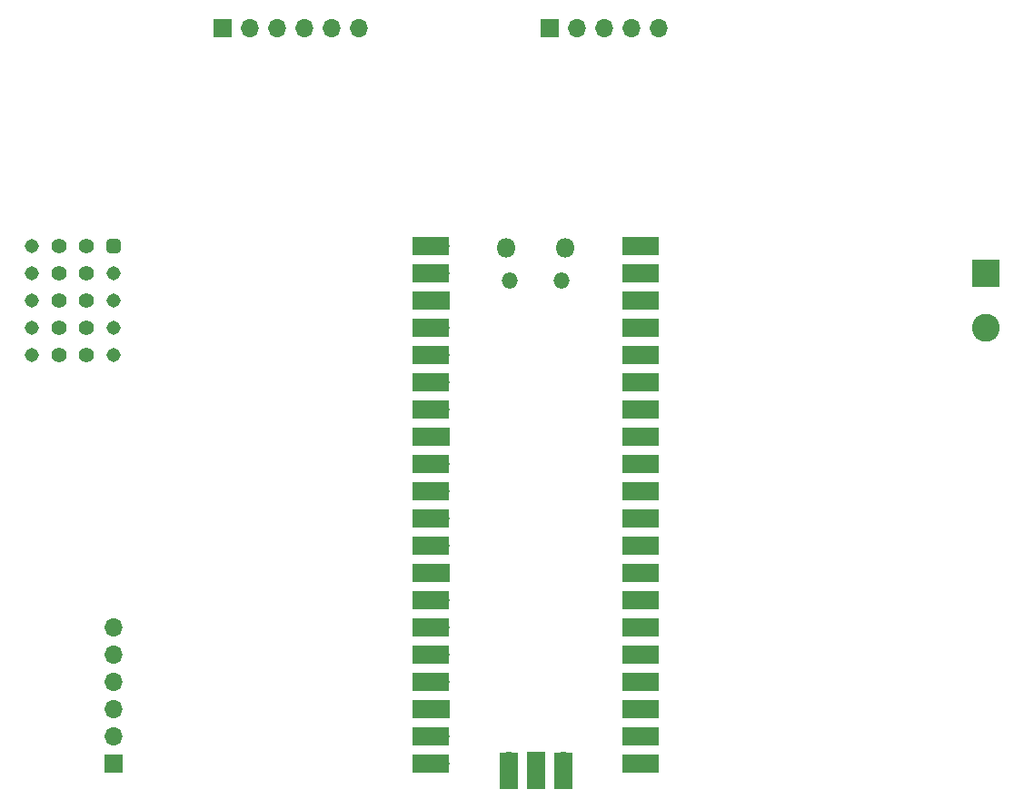
<source format=gbr>
%TF.GenerationSoftware,KiCad,Pcbnew,7.0.1*%
%TF.CreationDate,2023-04-18T18:49:41-05:00*%
%TF.ProjectId,pcb_design,7063625f-6465-4736-9967-6e2e6b696361,rev?*%
%TF.SameCoordinates,Original*%
%TF.FileFunction,Soldermask,Top*%
%TF.FilePolarity,Negative*%
%FSLAX46Y46*%
G04 Gerber Fmt 4.6, Leading zero omitted, Abs format (unit mm)*
G04 Created by KiCad (PCBNEW 7.0.1) date 2023-04-18 18:49:41*
%MOMM*%
%LPD*%
G01*
G04 APERTURE LIST*
G04 Aperture macros list*
%AMRoundRect*
0 Rectangle with rounded corners*
0 $1 Rounding radius*
0 $2 $3 $4 $5 $6 $7 $8 $9 X,Y pos of 4 corners*
0 Add a 4 corners polygon primitive as box body*
4,1,4,$2,$3,$4,$5,$6,$7,$8,$9,$2,$3,0*
0 Add four circle primitives for the rounded corners*
1,1,$1+$1,$2,$3*
1,1,$1+$1,$4,$5*
1,1,$1+$1,$6,$7*
1,1,$1+$1,$8,$9*
0 Add four rect primitives between the rounded corners*
20,1,$1+$1,$2,$3,$4,$5,0*
20,1,$1+$1,$4,$5,$6,$7,0*
20,1,$1+$1,$6,$7,$8,$9,0*
20,1,$1+$1,$8,$9,$2,$3,0*%
G04 Aperture macros list end*
%ADD10R,2.600000X2.600000*%
%ADD11C,2.600000*%
%ADD12O,1.800000X1.800000*%
%ADD13O,1.500000X1.500000*%
%ADD14O,1.700000X1.700000*%
%ADD15R,3.500000X1.700000*%
%ADD16R,1.700000X1.700000*%
%ADD17R,1.700000X3.500000*%
%ADD18C,1.400000*%
%ADD19RoundRect,0.250000X-0.405000X0.405000X-0.405000X-0.405000X0.405000X-0.405000X0.405000X0.405000X0*%
%ADD20C,1.310000*%
G04 APERTURE END LIST*
D10*
%TO.C,J1*%
X200660000Y-68580000D03*
D11*
X200660000Y-73660000D03*
%TD*%
D12*
%TO.C,U5*%
X156025000Y-66170000D03*
D13*
X156325000Y-69200000D03*
X161175000Y-69200000D03*
D12*
X161475000Y-66170000D03*
D14*
X149860000Y-66040000D03*
D15*
X148960000Y-66040000D03*
D14*
X149860000Y-68580000D03*
D15*
X148960000Y-68580000D03*
D16*
X149860000Y-71120000D03*
D15*
X148960000Y-71120000D03*
D14*
X149860000Y-73660000D03*
D15*
X148960000Y-73660000D03*
D14*
X149860000Y-76200000D03*
D15*
X148960000Y-76200000D03*
D14*
X149860000Y-78740000D03*
D15*
X148960000Y-78740000D03*
D14*
X149860000Y-81280000D03*
D15*
X148960000Y-81280000D03*
D16*
X149860000Y-83820000D03*
D15*
X148960000Y-83820000D03*
D14*
X149860000Y-86360000D03*
D15*
X148960000Y-86360000D03*
D14*
X149860000Y-88900000D03*
D15*
X148960000Y-88900000D03*
D14*
X149860000Y-91440000D03*
D15*
X148960000Y-91440000D03*
D14*
X149860000Y-93980000D03*
D15*
X148960000Y-93980000D03*
D16*
X149860000Y-96520000D03*
D15*
X148960000Y-96520000D03*
D14*
X149860000Y-99060000D03*
D15*
X148960000Y-99060000D03*
D14*
X149860000Y-101600000D03*
D15*
X148960000Y-101600000D03*
D14*
X149860000Y-104140000D03*
D15*
X148960000Y-104140000D03*
D14*
X149860000Y-106680000D03*
D15*
X148960000Y-106680000D03*
D16*
X149860000Y-109220000D03*
D15*
X148960000Y-109220000D03*
D14*
X149860000Y-111760000D03*
D15*
X148960000Y-111760000D03*
D14*
X149860000Y-114300000D03*
D15*
X148960000Y-114300000D03*
D14*
X167640000Y-114300000D03*
D15*
X168540000Y-114300000D03*
D14*
X167640000Y-111760000D03*
D15*
X168540000Y-111760000D03*
D16*
X167640000Y-109220000D03*
D15*
X168540000Y-109220000D03*
D14*
X167640000Y-106680000D03*
D15*
X168540000Y-106680000D03*
D14*
X167640000Y-104140000D03*
D15*
X168540000Y-104140000D03*
D14*
X167640000Y-101600000D03*
D15*
X168540000Y-101600000D03*
D14*
X167640000Y-99060000D03*
D15*
X168540000Y-99060000D03*
D16*
X167640000Y-96520000D03*
D15*
X168540000Y-96520000D03*
D14*
X167640000Y-93980000D03*
D15*
X168540000Y-93980000D03*
D14*
X167640000Y-91440000D03*
D15*
X168540000Y-91440000D03*
D14*
X167640000Y-88900000D03*
D15*
X168540000Y-88900000D03*
D14*
X167640000Y-86360000D03*
D15*
X168540000Y-86360000D03*
D16*
X167640000Y-83820000D03*
D15*
X168540000Y-83820000D03*
D14*
X167640000Y-81280000D03*
D15*
X168540000Y-81280000D03*
D14*
X167640000Y-78740000D03*
D15*
X168540000Y-78740000D03*
D14*
X167640000Y-76200000D03*
D15*
X168540000Y-76200000D03*
D14*
X167640000Y-73660000D03*
D15*
X168540000Y-73660000D03*
D16*
X167640000Y-71120000D03*
D15*
X168540000Y-71120000D03*
D14*
X167640000Y-68580000D03*
D15*
X168540000Y-68580000D03*
D14*
X167640000Y-66040000D03*
D15*
X168540000Y-66040000D03*
D14*
X156210000Y-114070000D03*
D17*
X156210000Y-114970000D03*
D16*
X158750000Y-114070000D03*
D17*
X158750000Y-114970000D03*
D14*
X161290000Y-114070000D03*
D17*
X161290000Y-114970000D03*
%TD*%
D16*
%TO.C,U3*%
X129540000Y-45720000D03*
D14*
X132080000Y-45720000D03*
X134620000Y-45720000D03*
X137160000Y-45720000D03*
X139700000Y-45720000D03*
X142240000Y-45720000D03*
%TD*%
D16*
%TO.C,U4*%
X119380000Y-114300000D03*
D14*
X119380000Y-111760000D03*
X119380000Y-109220000D03*
X119380000Y-106680000D03*
X119380000Y-104140000D03*
X119380000Y-101600000D03*
%TD*%
D16*
%TO.C,U2*%
X160020000Y-45720000D03*
D14*
X162560000Y-45720000D03*
X165100000Y-45720000D03*
X167640000Y-45720000D03*
X170180000Y-45720000D03*
%TD*%
D18*
%TO.C,U1*%
X116840000Y-66040000D03*
X114300000Y-66040000D03*
X116840000Y-68580000D03*
X114300000Y-68580000D03*
X116840000Y-71120000D03*
X114300000Y-71120000D03*
X116840000Y-73660000D03*
X114300000Y-73660000D03*
X116840000Y-76200000D03*
X114300000Y-76200000D03*
D19*
X119380000Y-66040000D03*
D20*
X111760000Y-66040000D03*
X119380000Y-68580000D03*
X111760000Y-68580000D03*
X119380000Y-71120000D03*
X111760000Y-71120000D03*
X119380000Y-73660000D03*
X111760000Y-73660000D03*
X119380000Y-76200000D03*
X111760000Y-76200000D03*
%TD*%
M02*

</source>
